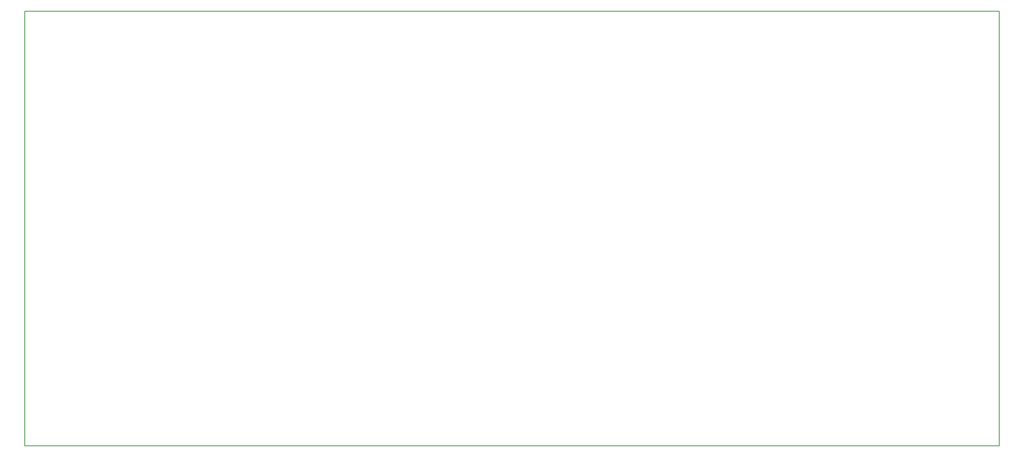
<source format=gbr>
G04 #@! TF.GenerationSoftware,KiCad,Pcbnew,(5.0.0-rc2-dev-158-g52ab6216c)*
G04 #@! TF.CreationDate,2018-03-09T12:59:15-06:00*
G04 #@! TF.ProjectId,Hybrid_bat_measure_18CH_v0.4_Teensy3.5,4879627269645F6261745F6D65617375,rev?*
G04 #@! TF.SameCoordinates,Original*
G04 #@! TF.FileFunction,Profile,NP*
%FSLAX46Y46*%
G04 Gerber Fmt 4.6, Leading zero omitted, Abs format (unit mm)*
G04 Created by KiCad (PCBNEW (5.0.0-rc2-dev-158-g52ab6216c)) date 03/09/18 12:59:15*
%MOMM*%
%LPD*%
G01*
G04 APERTURE LIST*
%ADD10C,0.150000*%
G04 APERTURE END LIST*
D10*
X17780000Y-114300000D02*
X17780000Y-19050000D01*
X231140000Y-114300000D02*
X17780000Y-114300000D01*
X231140000Y-19050000D02*
X231140000Y-114300000D01*
X17780000Y-19050000D02*
X231140000Y-19050000D01*
M02*

</source>
